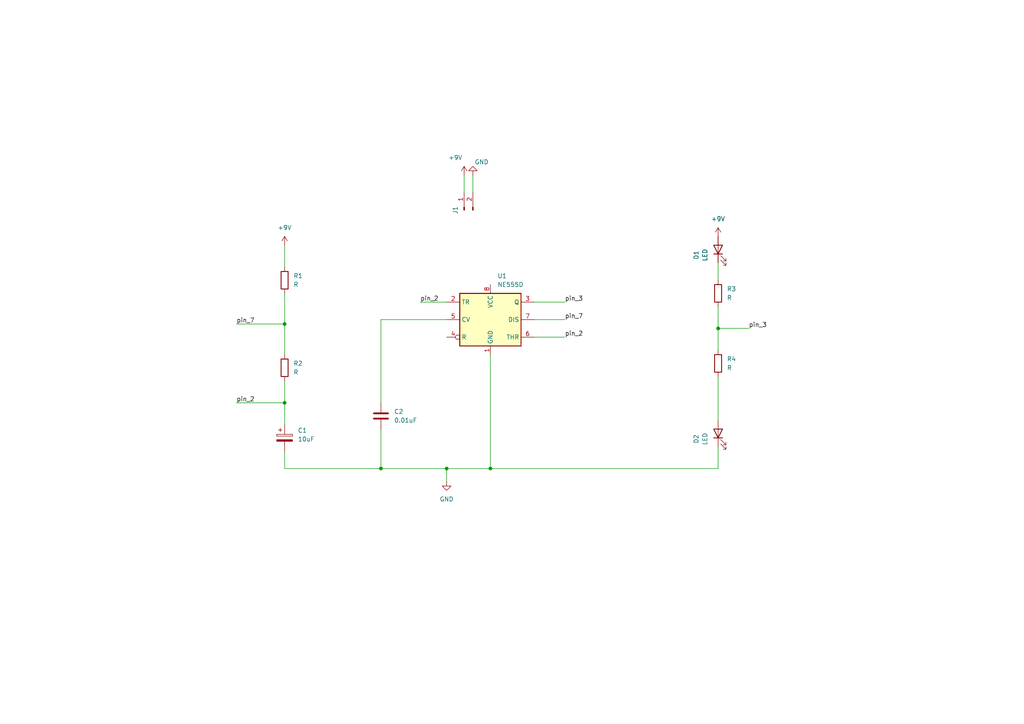
<source format=kicad_sch>
(kicad_sch (version 20211123) (generator eeschema)
  (paper "A4")
  (lib_symbols
    (symbol "Connector:Conn_01x02_Male" (pin_names (offset 1.016) hide)
      (property "Reference" "J" (at 0 2.54 0))
      (property "Value" "Conn_01x02_Male" (at 0 -5.08 0))
      (symbol "Conn_01x02_Male_1_1"
        (polyline (pts (xy 1.27 -2.54) (xy 0.8636 -2.54)) (stroke (width 0.1524)))
        (polyline (pts (xy 1.27 0) (xy 0.8636 0)) (stroke (width 0.1524)))
        (rectangle (start 0.8636 -2.413) (end 0 -2.667) (stroke (width 0.1524)) (fill (type outline)))
        (rectangle (start 0.8636 0.127) (end 0 -0.127) (stroke (width 0.1524)) (fill (type outline)))
        (pin passive line (at 5.08 0 180) (length 3.81) (name "Pin_1") (number "1"))
        (pin passive line (at 5.08 -2.54 180) (length 3.81) (name "Pin_2") (number "2"))
      )
    )
    (symbol "Device:C" (pin_numbers hide) (pin_names (offset 0.254))
      (property "Reference" "C" (at 0.635 2.54 0))
      (property "Value" "C" (at 0.635 -2.54 0))
      (symbol "C_0_1"
        (polyline (pts (xy -2.032 -0.762) (xy 2.032 -0.762)) (stroke (width 0.508)))
        (polyline (pts (xy -2.032 0.762) (xy 2.032 0.762)) (stroke (width 0.508)))
      )
      (symbol "C_1_1"
        (pin passive line (at 0 3.81 270) (length 2.794) (name "~") (number "1"))
        (pin passive line (at 0 -3.81 90) (length 2.794) (name "~") (number "2"))
      )
    )
    (symbol "Device:C_Polarized" (pin_numbers hide) (pin_names (offset 0.254))
      (property "Reference" "C" (at 0.635 2.54 0))
      (property "Value" "C_Polarized" (at 0.635 -2.54 0))
      (symbol "C_Polarized_0_1"
        (rectangle (start -2.286 0.508) (end 2.286 1.016))
        (polyline (pts (xy -1.778 2.286) (xy -0.762 2.286)))
        (polyline (pts (xy -1.27 2.794) (xy -1.27 1.778)))
        (rectangle (start 2.286 -0.508) (end -2.286 -1.016) (fill (type outline)))
      )
      (symbol "C_Polarized_1_1"
        (pin passive line (at 0 3.81 270) (length 2.794) (name "~") (number "1"))
        (pin passive line (at 0 -3.81 90) (length 2.794) (name "~") (number "2"))
      )
    )
    (symbol "Device:LED" (pin_numbers hide) (pin_names (offset 1.016) hide)
      (property "Reference" "D" (at 0 2.54 0))
      (property "Value" "LED" (at 0 -2.54 0))
      (symbol "LED_0_1"
        (polyline (pts (xy -1.27 -1.27) (xy -1.27 1.27)) (stroke (width 0.254)))
        (polyline (pts (xy -1.27 0) (xy 1.27 0)))
        (polyline (pts (xy 1.27 -1.27) (xy 1.27 1.27) (xy -1.27 0) (xy 1.27 -1.27)) (stroke (width 0.254)))
        (polyline (pts (xy -3.048 -0.762) (xy -4.572 -2.286) (xy -3.81 -2.286) (xy -4.572 -2.286) (xy -4.572 -1.524)))
        (polyline (pts (xy -1.778 -0.762) (xy -3.302 -2.286) (xy -2.54 -2.286) (xy -3.302 -2.286) (xy -3.302 -1.524)))
      )
      (symbol "LED_1_1"
        (pin passive line (at -3.81 0 0) (length 2.54) (name "K") (number "1"))
        (pin passive line (at 3.81 0 180) (length 2.54) (name "A") (number "2"))
      )
    )
    (symbol "Device:R" (pin_numbers hide) (pin_names (offset 0))
      (property "Reference" "R" (at 2.032 0 90))
      (property "Value" "R" (at 0 0 90))
      (symbol "R_0_1"
        (rectangle (start -1.016 -2.54) (end 1.016 2.54) (stroke (width 0.254)))
      )
      (symbol "R_1_1"
        (pin passive line (at 0 3.81 270) (length 1.27) (name "~") (number "1"))
        (pin passive line (at 0 -3.81 90) (length 1.27) (name "~") (number "2"))
      )
    )
    (symbol "Timer:NE555D"
      (property "Reference" "U" (at -10.16 8.89 0))
      (property "Value" "NE555D" (at 2.54 8.89 0))
      (symbol "NE555D_0_0"
        (pin power_in line (at 0 -10.16 90) (length 2.54) (name "GND") (number "1"))
        (pin power_in line (at 0 10.16 270) (length 2.54) (name "VCC") (number "8"))
      )
      (symbol "NE555D_0_1"
        (rectangle (start -8.89 -7.62) (end 8.89 7.62) (stroke (width 0.254)) (fill (type background)))
        (rectangle (start -8.89 -7.62) (end 8.89 7.62) (stroke (width 0.254)) (fill (type background)))
      )
      (symbol "NE555D_1_1"
        (pin input line (at -12.7 5.08 0) (length 3.81) (name "TR") (number "2"))
        (pin output line (at 12.7 5.08 180) (length 3.81) (name "Q") (number "3"))
        (pin input inverted (at -12.7 -5.08 0) (length 3.81) (name "R") (number "4"))
        (pin input line (at -12.7 0 0) (length 3.81) (name "CV") (number "5"))
        (pin input line (at 12.7 -5.08 180) (length 3.81) (name "THR") (number "6"))
        (pin input line (at 12.7 0 180) (length 3.81) (name "DIS") (number "7"))
      )
    )
    (symbol "power:+9V" (power) (pin_names (offset 0))
      (property "Value" "+9V" (at 0 3.556 0))
      (symbol "+9V_0_1"
        (polyline (pts (xy -0.762 1.27) (xy 0 2.54)))
        (polyline (pts (xy 0 0) (xy 0 2.54)))
        (polyline (pts (xy 0 2.54) (xy 0.762 1.27)))
      )
      (symbol "+9V_1_1"
        (pin power_in line (at 0 0 90) (length 0) hide (name "+9V") (number "1"))
      )
    )
    (symbol "power:GND" (power) (pin_names (offset 0))
      (property "Value" "GND" (at 0 -3.81 0))
      (symbol "GND_0_1"
        (polyline (pts (xy 0 0) (xy 0 -1.27) (xy 1.27 -1.27) (xy 0 -2.54) (xy -1.27 -1.27) (xy 0 -1.27)))
      )
      (symbol "GND_1_1"
        (pin power_in line (at 0 0 270) (length 0) hide (name "GND") (number "1"))
      )
    )
  )
  (junction (at 110.49 135.89))
  (junction (at 82.55 93.98))
  (junction (at 82.55 116.84))
  (junction (at 208.28 95.25))
  (junction (at 129.54 135.89))
  (junction (at 142.24 135.89))
  (wire (pts (xy 134.62 55.88) (xy 134.62 50.8)))
  (wire (pts (xy 82.55 116.84) (xy 82.55 110.49)))
  (wire (pts (xy 121.92 87.63) (xy 129.54 87.63)))
  (wire (pts (xy 163.83 92.71) (xy 154.94 92.71)))
  (wire (pts (xy 163.83 87.63) (xy 154.94 87.63)))
  (wire (pts (xy 110.49 92.71) (xy 110.49 116.84)))
  (wire (pts (xy 137.16 55.88) (xy 137.16 50.8)))
  (wire (pts (xy 68.58 116.84) (xy 82.55 116.84)))
  (wire (pts (xy 82.55 85.09) (xy 82.55 93.98)))
  (wire (pts (xy 208.28 95.25) (xy 208.28 101.6)))
  (wire (pts (xy 163.83 97.79) (xy 154.94 97.79)))
  (wire (pts (xy 208.28 135.89) (xy 142.24 135.89)))
  (wire (pts (xy 208.28 76.2) (xy 208.28 81.28)))
  (wire (pts (xy 82.55 135.89) (xy 82.55 130.81)))
  (wire (pts (xy 82.55 123.19) (xy 82.55 116.84)))
  (wire (pts (xy 142.24 102.87) (xy 142.24 135.89)))
  (wire (pts (xy 129.54 92.71) (xy 110.49 92.71)))
  (wire (pts (xy 82.55 77.47) (xy 82.55 71.12)))
  (wire (pts (xy 208.28 129.54) (xy 208.28 135.89)))
  (wire (pts (xy 142.24 135.89) (xy 129.54 135.89)))
  (wire (pts (xy 217.17 95.25) (xy 208.28 95.25)))
  (wire (pts (xy 129.54 135.89) (xy 110.49 135.89)))
  (wire (pts (xy 82.55 93.98) (xy 82.55 102.87)))
  (wire (pts (xy 110.49 135.89) (xy 82.55 135.89)))
  (wire (pts (xy 208.28 109.22) (xy 208.28 121.92)))
  (wire (pts (xy 68.58 93.98) (xy 82.55 93.98)))
  (wire (pts (xy 110.49 124.46) (xy 110.49 135.89)))
  (wire (pts (xy 129.54 139.7) (xy 129.54 135.89)))
  (wire (pts (xy 208.28 88.9) (xy 208.28 95.25)))
  (label "pin_7" (at 163.83 92.71 0))
  (label "pin_3" (at 163.83 87.63 0))
  (label "pin_3" (at 217.17 95.25 0))
  (label "pin_7" (at 68.58 93.98 0))
  (label "pin_2" (at 68.58 116.84 0))
  (label "pin_2" (at 121.92 87.63 0))
  (label "pin_2" (at 163.83 97.79 0))
  (symbol (lib_id "power:+9V") (at 82.55 71.12 0) (unit 1)
    (property "Reference" "#PWR?" (effects hide))
    (property "Value" "+9V" (at 82.55 66.04 0))
  )
  (symbol (lib_id "Device:LED") (at 208.28 125.73 90) (unit 1)
    (property "Reference" "D2" (at 201.93 127.3175 0))
    (property "Value" "LED" (at 204.47 127.3175 0))
  )
  (symbol (lib_id "Device:C_Polarized") (at 82.55 127 0) (unit 1)
    (property "Reference" "C1" (at 86.36 124.8409 0) (effects (justify left)))
    (property "Value" "10uF" (at 86.36 127.3809 0) (effects (justify left)))
  )
  (symbol (lib_id "Device:LED") (at 208.28 72.39 90) (unit 1)
    (property "Reference" "D1" (at 201.93 73.9775 0))
    (property "Value" "LED" (at 204.47 73.9775 0))
  )
  (symbol (lib_id "Device:C") (at 110.49 120.65 0) (unit 1)
    (property "Reference" "C2" (at 114.3 119.3799 0) (effects (justify left)))
    (property "Value" "0.01uF" (at 114.3 121.9199 0) (effects (justify left)))
  )
  (symbol (lib_id "Timer:NE555D") (at 142.24 92.71 0) (unit 1)
    (property "Reference" "U1" (at 144.2594 80.01 0) (effects (justify left)))
    (property "Value" "NE555D" (at 144.2594 82.55 0) (effects (justify left)))
    (property "Footprint" "Package_SO:SOIC-8_3.9x4.9mm_P1.27mm" (effects hide))
    (property "Datasheet" "http://www.ti.com/lit/ds/symlink/ne555.pdf" (effects hide))
  )
  (symbol (lib_id "Device:R") (at 82.55 81.28 0) (unit 1)
    (property "Reference" "R1" (at 85.09 80.0099 0) (effects (justify left)))
    (property "Value" "R" (at 85.09 82.5499 0) (effects (justify left)))
  )
  (symbol (lib_id "Connector:Conn_01x02_Male") (at 134.62 60.96 90) (unit 1)
    (property "Reference" "J1" (at 132.08 60.96 0))
    (property "Value" "9V" (effects hide))
  )
  (symbol (lib_id "power:GND") (at 129.54 139.7 0) (unit 1)
    (property "Reference" "#PWR?" (effects hide))
    (property "Value" "GND" (at 129.54 144.78 0))
  )
  (symbol (lib_id "power:GND") (at 137.16 50.8 180) (unit 1)
    (property "Reference" "#PWR?" (effects hide))
    (property "Value" "GND" (at 139.7 46.99 0))
  )
  (symbol (lib_id "power:+9V") (at 208.28 68.58 0) (unit 1)
    (property "Reference" "#PWR?" (effects hide))
    (property "Value" "+9V" (at 208.28 63.5 0))
  )
  (symbol (lib_id "power:+9V") (at 134.62 50.8 0) (unit 1)
    (property "Reference" "#PWR?" (effects hide))
    (property "Value" "+9V" (at 132.08 45.72 0))
  )
  (symbol (lib_id "Device:R") (at 82.55 106.68 0) (unit 1)
    (property "Reference" "R2" (at 85.09 105.4099 0) (effects (justify left)))
    (property "Value" "R" (at 85.09 107.9499 0) (effects (justify left)))
  )
  (symbol (lib_id "Device:R") (at 208.28 105.41 0) (unit 1)
    (property "Reference" "R4" (at 210.82 104.1399 0) (effects (justify left)))
    (property "Value" "R" (at 210.82 106.6799 0) (effects (justify left)))
  )
  (symbol (lib_id "Device:R") (at 208.28 85.09 0) (unit 1)
    (property "Reference" "R3" (at 210.82 83.8199 0) (effects (justify left)))
    (property "Value" "R" (at 210.82 86.3599 0) (effects (justify left)))
  )
)
</source>
